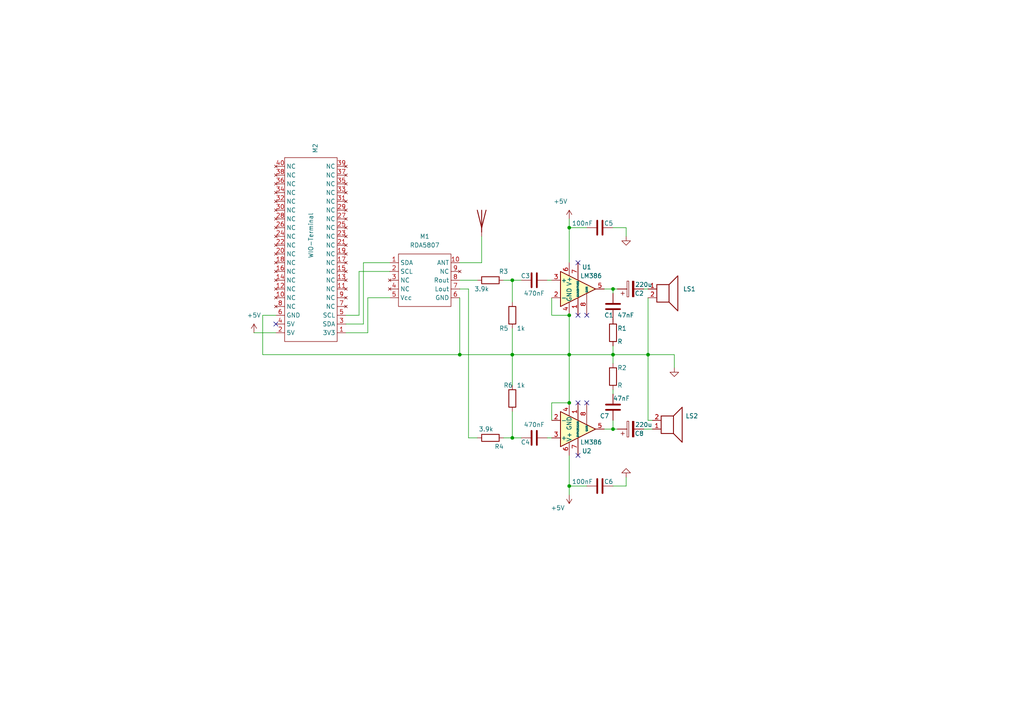
<source format=kicad_sch>
(kicad_sch (version 20211123) (generator eeschema)
  (paper "A4")
  (title_block (title "WIO Terminal FM receiver") (rev "1.0"))
  (lib_symbols
    (symbol "Amplifier_Audio:LM386" (pin_names (offset 0.127))
      (property "Reference" "U" (at 1.27 7.62 0))
      (property "Value" "LM386" (at 1.27 5.08 0))
      (symbol "LM386_0_1"
        (polyline (pts (xy 5.08 0) (xy -5.08 5.08) (xy -5.08 -5.08) (xy 5.08 0)) (stroke (width 0.254)) (fill (type background)))
      )
      (symbol "LM386_1_1"
        (pin input line (at 0 -7.62 90) (length 5.08) (name "GAIN") (number "1"))
        (pin input line (at -7.62 -2.54 0) (length 2.54) (name "-") (number "2"))
        (pin input line (at -7.62 2.54 0) (length 2.54) (name "+") (number "3"))
        (pin power_in line (at -2.54 -7.62 90) (length 3.81) (name "GND") (number "4"))
        (pin output line (at 7.62 0 180) (length 2.54) (name "~") (number "5"))
        (pin power_in line (at -2.54 7.62 270) (length 3.81) (name "V+") (number "6"))
        (pin input line (at 0 7.62 270) (length 5.08) (name "BYPASS") (number "7"))
        (pin input line (at 2.54 -7.62 90) (length 6.35) (name "GAIN") (number "8"))
      )
    )
    (symbol "Device:Antenna" (pin_numbers hide) (pin_names (offset 1.016) hide)
      (property "Reference" "AE" (at -1.905 1.905 0))
      (property "Value" "Antenna" (at -1.905 0 0))
      (symbol "Antenna_0_1"
        (polyline (pts (xy 0 2.54) (xy 0 -3.81)) (stroke (width 0.254)))
        (polyline (pts (xy 1.27 2.54) (xy 0 -2.54) (xy -1.27 2.54)) (stroke (width 0.254)))
      )
      (symbol "Antenna_1_1"
        (pin input line (at 0 -5.08 90) (length 2.54) (name "A") (number "1"))
      )
    )
    (symbol "Device:C" (pin_numbers hide) (pin_names (offset 0.254))
      (property "Reference" "C" (at 0.635 2.54 0))
      (property "Value" "C" (at 0.635 -2.54 0))
      (symbol "C_0_1"
        (polyline (pts (xy -2.032 -0.762) (xy 2.032 -0.762)) (stroke (width 0.508)))
        (polyline (pts (xy -2.032 0.762) (xy 2.032 0.762)) (stroke (width 0.508)))
      )
      (symbol "C_1_1"
        (pin passive line (at 0 3.81 270) (length 2.794) (name "~") (number "1"))
        (pin passive line (at 0 -3.81 90) (length 2.794) (name "~") (number "2"))
      )
    )
    (symbol "Device:C_Polarized" (pin_numbers hide) (pin_names (offset 0.254))
      (property "Reference" "C" (at 0.635 2.54 0))
      (property "Value" "C_Polarized" (at 0.635 -2.54 0))
      (symbol "C_Polarized_0_1"
        (rectangle (start -2.286 0.508) (end 2.286 1.016))
        (polyline (pts (xy -1.778 2.286) (xy -0.762 2.286)))
        (polyline (pts (xy -1.27 2.794) (xy -1.27 1.778)))
        (rectangle (start 2.286 -0.508) (end -2.286 -1.016) (fill (type outline)))
      )
      (symbol "C_Polarized_1_1"
        (pin passive line (at 0 3.81 270) (length 2.794) (name "~") (number "1"))
        (pin passive line (at 0 -3.81 90) (length 2.794) (name "~") (number "2"))
      )
    )
    (symbol "Device:R" (pin_numbers hide) (pin_names (offset 0))
      (property "Reference" "R" (at 2.032 0 90))
      (property "Value" "R" (at 0 0 90))
      (symbol "R_0_1"
        (rectangle (start -1.016 -2.54) (end 1.016 2.54) (stroke (width 0.254)))
      )
      (symbol "R_1_1"
        (pin passive line (at 0 3.81 270) (length 1.27) (name "~") (number "1"))
        (pin passive line (at 0 -3.81 90) (length 1.27) (name "~") (number "2"))
      )
    )
    (symbol "Device:Speaker" (pin_names (offset 0) hide)
      (property "Reference" "LS" (at 1.27 5.715 0))
      (property "Value" "Speaker" (at 1.27 3.81 0))
      (symbol "Speaker_0_0"
        (rectangle (start -2.54 1.27) (end 1.016 -3.81) (stroke (width 0.254)))
        (polyline (pts (xy 1.016 1.27) (xy 3.556 3.81) (xy 3.556 -6.35) (xy 1.016 -3.81)) (stroke (width 0.254)))
      )
      (symbol "Speaker_1_1"
        (pin input line (at -5.08 0 0) (length 2.54) (name "1") (number "1"))
        (pin input line (at -5.08 -2.54 0) (length 2.54) (name "2") (number "2"))
      )
    )
    (symbol "power:+5V" (power) (pin_names (offset 0))
      (property "Value" "+5V" (at 0 3.556 0))
      (symbol "+5V_0_1"
        (polyline (pts (xy -0.762 1.27) (xy 0 2.54)))
        (polyline (pts (xy 0 0) (xy 0 2.54)))
        (polyline (pts (xy 0 2.54) (xy 0.762 1.27)))
      )
      (symbol "+5V_1_1"
        (pin power_in line (at 0 0 90) (length 0) hide (name "+5V") (number "1"))
      )
    )
    (symbol "power:GND" (power) (pin_names (offset 0))
      (property "Value" "GND" (at 0 -3.81 0))
      (symbol "GND_0_1"
        (polyline (pts (xy 0 0) (xy 0 -1.27) (xy 1.27 -1.27) (xy 0 -2.54) (xy -1.27 -1.27) (xy 0 -1.27)))
      )
      (symbol "GND_1_1"
        (pin power_in line (at 0 0 270) (length 0) hide (name "GND") (number "1"))
      )
    )
    (symbol "wioradio:RDA5807"
      (property "Reference" "M" (at 0 10.16 0))
      (property "Value" "RDA5807" (at 0 -10.16 0))
      (symbol "RDA5807_0_1"
        (rectangle (start -7.62 7.62) (end 7.62 -7.62))
      )
      (symbol "RDA5807_1_1"
        (pin open_collector line (at -10.16 5.08 0) (length 2.54) (name "SDA") (number "1"))
        (pin bidirectional line (at 10.16 5.08 180) (length 2.54) (name "ANT") (number "10"))
        (pin open_collector line (at -10.16 2.54 0) (length 2.54) (name "SCL") (number "2"))
        (pin no_connect line (at -10.16 0 0) (length 2.54) (name "NC") (number "3"))
        (pin no_connect line (at -10.16 -2.54 0) (length 2.54) (name "NC") (number "4"))
        (pin power_in line (at -10.16 -5.08 0) (length 2.54) (name "Vcc") (number "5"))
        (pin power_in line (at 10.16 -5.08 180) (length 2.54) (name "GND") (number "6"))
        (pin output line (at 10.16 -2.54 180) (length 2.54) (name "Lout") (number "7"))
        (pin output line (at 10.16 0 180) (length 2.54) (name "Rout") (number "8"))
        (pin no_connect line (at 10.16 2.54 180) (length 2.54) (name "NC") (number "9"))
      )
    )
    (symbol "wioradio:WIO-Terminal"
      (property "Reference" "M" (at -27.94 -2.54 0))
      (property "Value" "WIO-Terminal" (at 0 0 0))
      (symbol "WIO-Terminal_0_1"
        (rectangle (start -25.4 7.62) (end 27.94 -7.62))
      )
      (symbol "WIO-Terminal_1_1"
        (pin power_out line (at -22.86 -10.16 90) (length 2.54) (name "3V3") (number "1"))
        (pin no_connect line (at -12.7 10.16 270) (length 2.54) (name "NC") (number "10"))
        (pin no_connect line (at -10.16 -10.16 90) (length 2.54) (name "NC") (number "11"))
        (pin no_connect line (at -10.16 10.16 270) (length 2.54) (name "NC") (number "12"))
        (pin no_connect line (at -7.62 -10.16 90) (length 2.54) (name "NC") (number "13"))
        (pin no_connect line (at -7.62 10.16 270) (length 2.54) (name "NC") (number "14"))
        (pin no_connect line (at -5.08 -10.16 90) (length 2.54) (name "NC") (number "15"))
        (pin no_connect line (at -5.08 10.16 270) (length 2.54) (name "NC") (number "16"))
        (pin no_connect line (at -2.54 -10.16 90) (length 2.54) (name "NC") (number "17"))
        (pin no_connect line (at -2.54 10.16 270) (length 2.54) (name "NC") (number "18"))
        (pin no_connect line (at 0 -10.16 90) (length 2.54) (name "NC") (number "19"))
        (pin power_out line (at -22.86 10.16 270) (length 2.54) (name "5V") (number "2"))
        (pin no_connect line (at 0 10.16 270) (length 2.54) (name "NC") (number "20"))
        (pin no_connect line (at 2.54 -10.16 90) (length 2.54) (name "NC") (number "21"))
        (pin no_connect line (at 2.54 10.16 270) (length 2.54) (name "NC") (number "22"))
        (pin no_connect line (at 5.08 -10.16 90) (length 2.54) (name "NC") (number "23"))
        (pin no_connect line (at 5.08 10.16 270) (length 2.54) (name "NC") (number "24"))
        (pin no_connect line (at 7.62 -10.16 90) (length 2.54) (name "NC") (number "25"))
        (pin no_connect line (at 7.62 10.16 270) (length 2.54) (name "NC") (number "26"))
        (pin no_connect line (at 10.16 -10.16 90) (length 2.54) (name "NC") (number "27"))
        (pin no_connect line (at 10.16 10.16 270) (length 2.54) (name "NC") (number "28"))
        (pin no_connect line (at 12.7 -10.16 90) (length 2.54) (name "NC") (number "29"))
        (pin bidirectional line (at -20.32 -10.16 90) (length 2.54) (name "SDA") (number "3"))
        (pin no_connect line (at 12.7 10.16 270) (length 2.54) (name "NC") (number "30"))
        (pin no_connect line (at 15.24 -10.16 90) (length 2.54) (name "NC") (number "31"))
        (pin no_connect line (at 15.24 10.16 270) (length 2.54) (name "NC") (number "32"))
        (pin no_connect line (at 17.78 -10.16 90) (length 2.54) (name "NC") (number "33"))
        (pin no_connect line (at 17.78 10.16 270) (length 2.54) (name "NC") (number "34"))
        (pin no_connect line (at 20.32 -10.16 90) (length 2.54) (name "NC") (number "35"))
        (pin no_connect line (at 20.32 10.16 270) (length 2.54) (name "NC") (number "36"))
        (pin no_connect line (at 22.86 -10.16 90) (length 2.54) (name "NC") (number "37"))
        (pin no_connect line (at 22.86 10.16 270) (length 2.54) (name "NC") (number "38"))
        (pin no_connect line (at 25.4 -10.16 90) (length 2.54) (name "NC") (number "39"))
        (pin power_out line (at -20.32 10.16 270) (length 2.54) (name "5V") (number "4"))
        (pin no_connect line (at 25.4 10.16 270) (length 2.54) (name "NC") (number "40"))
        (pin bidirectional line (at -17.78 -10.16 90) (length 2.54) (name "SCL") (number "5"))
        (pin power_out line (at -17.78 10.16 270) (length 2.54) (name "GND") (number "6"))
        (pin no_connect line (at -15.24 -10.16 90) (length 2.54) (name "NC") (number "7"))
        (pin no_connect line (at -15.24 10.16 270) (length 2.54) (name "NC") (number "8"))
        (pin no_connect line (at -12.7 -10.16 90) (length 2.54) (name "NC") (number "9"))
      )
    )
  )
  (junction (at 177.8 124.46))
  (junction (at 165.1 140.97))
  (junction (at 187.96 102.87))
  (junction (at 165.1 66.04))
  (junction (at 177.8 102.87))
  (junction (at 148.59 102.87))
  (junction (at 133.35 102.87))
  (junction (at 165.1 102.87))
  (junction (at 148.59 81.28))
  (junction (at 177.8 83.82))
  (junction (at 165.1 116.84))
  (junction (at 148.59 127))
  (junction (at 165.1 91.44))
  (no_connect (at 167.64 132.08))
  (no_connect (at 167.64 116.84))
  (no_connect (at 170.18 116.84))
  (no_connect (at 167.64 76.2))
  (no_connect (at 167.64 91.44))
  (no_connect (at 170.18 91.44))
  (no_connect (at 80.01 93.98))
  (wire (pts (xy 139.7 68.58) (xy 139.7 76.2)))
  (wire (pts (xy 73.66 96.52) (xy 80.01 96.52)))
  (wire (pts (xy 177.8 100.33) (xy 177.8 102.87)))
  (wire (pts (xy 165.1 132.08) (xy 165.1 140.97)))
  (wire (pts (xy 106.68 86.36) (xy 113.03 86.36)))
  (wire (pts (xy 175.26 124.46) (xy 177.8 124.46)))
  (wire (pts (xy 80.01 91.44) (xy 76.2 91.44)))
  (wire (pts (xy 177.8 140.97) (xy 181.61 140.97)))
  (wire (pts (xy 177.8 124.46) (xy 179.07 124.46)))
  (wire (pts (xy 165.1 102.87) (xy 165.1 116.84)))
  (wire (pts (xy 146.05 127) (xy 148.59 127)))
  (wire (pts (xy 100.33 91.44) (xy 104.14 91.44)))
  (wire (pts (xy 165.1 140.97) (xy 165.1 143.51)))
  (wire (pts (xy 177.8 114.3) (xy 177.8 113.03)))
  (wire (pts (xy 148.59 81.28) (xy 148.59 87.63)))
  (wire (pts (xy 177.8 83.82) (xy 177.8 85.09)))
  (wire (pts (xy 148.59 102.87) (xy 148.59 111.76)))
  (wire (pts (xy 76.2 102.87) (xy 133.35 102.87)))
  (wire (pts (xy 187.96 86.36) (xy 187.96 102.87)))
  (wire (pts (xy 133.35 81.28) (xy 138.43 81.28)))
  (wire (pts (xy 165.1 66.04) (xy 170.18 66.04)))
  (wire (pts (xy 148.59 119.38) (xy 148.59 127)))
  (wire (pts (xy 148.59 95.25) (xy 148.59 102.87)))
  (wire (pts (xy 165.1 140.97) (xy 170.18 140.97)))
  (wire (pts (xy 133.35 86.36) (xy 133.35 102.87)))
  (wire (pts (xy 177.8 121.92) (xy 177.8 124.46)))
  (wire (pts (xy 181.61 66.04) (xy 181.61 68.58)))
  (wire (pts (xy 177.8 102.87) (xy 177.8 105.41)))
  (wire (pts (xy 160.02 86.36) (xy 160.02 91.44)))
  (wire (pts (xy 100.33 93.98) (xy 105.41 93.98)))
  (wire (pts (xy 146.05 81.28) (xy 148.59 81.28)))
  (wire (pts (xy 186.69 124.46) (xy 189.23 124.46)))
  (wire (pts (xy 100.33 96.52) (xy 106.68 96.52)))
  (wire (pts (xy 165.1 91.44) (xy 165.1 102.87)))
  (wire (pts (xy 148.59 102.87) (xy 165.1 102.87)))
  (wire (pts (xy 160.02 91.44) (xy 165.1 91.44)))
  (wire (pts (xy 165.1 66.04) (xy 165.1 76.2)))
  (wire (pts (xy 187.96 121.92) (xy 189.23 121.92)))
  (wire (pts (xy 106.68 96.52) (xy 106.68 86.36)))
  (wire (pts (xy 105.41 76.2) (xy 113.03 76.2)))
  (wire (pts (xy 104.14 91.44) (xy 104.14 78.74)))
  (wire (pts (xy 195.58 102.87) (xy 195.58 106.68)))
  (wire (pts (xy 175.26 83.82) (xy 177.8 83.82)))
  (wire (pts (xy 187.96 102.87) (xy 195.58 102.87)))
  (wire (pts (xy 160.02 116.84) (xy 165.1 116.84)))
  (wire (pts (xy 187.96 102.87) (xy 187.96 121.92)))
  (wire (pts (xy 158.75 127) (xy 160.02 127)))
  (wire (pts (xy 133.35 83.82) (xy 135.89 83.82)))
  (wire (pts (xy 148.59 81.28) (xy 151.13 81.28)))
  (wire (pts (xy 135.89 83.82) (xy 135.89 127)))
  (wire (pts (xy 104.14 78.74) (xy 113.03 78.74)))
  (wire (pts (xy 177.8 83.82) (xy 179.07 83.82)))
  (wire (pts (xy 177.8 102.87) (xy 187.96 102.87)))
  (wire (pts (xy 135.89 127) (xy 138.43 127)))
  (wire (pts (xy 148.59 127) (xy 151.13 127)))
  (wire (pts (xy 177.8 66.04) (xy 181.61 66.04)))
  (wire (pts (xy 105.41 93.98) (xy 105.41 76.2)))
  (wire (pts (xy 133.35 76.2) (xy 139.7 76.2)))
  (wire (pts (xy 181.61 140.97) (xy 181.61 138.43)))
  (wire (pts (xy 186.69 83.82) (xy 187.96 83.82)))
  (wire (pts (xy 160.02 121.92) (xy 160.02 116.84)))
  (wire (pts (xy 76.2 91.44) (xy 76.2 102.87)))
  (wire (pts (xy 133.35 102.87) (xy 148.59 102.87)))
  (wire (pts (xy 165.1 102.87) (xy 177.8 102.87)))
  (wire (pts (xy 165.1 66.04) (xy 165.1 63.5)))
  (wire (pts (xy 158.75 81.28) (xy 160.02 81.28)))
  (symbol (lib_id "Device:Antenna") (at 139.7 63.5 0) (unit 1)
    (property "Reference" "AE1" (effects hide))
    (property "Value" "Antenna" (effects hide))
  )
  (symbol (lib_id "Device:R") (at 177.8 96.52 0) (unit 1)
    (property "Reference" "R1" (at 179.07 95.25 0) (effects (justify left)))
    (property "Value" "R" (at 179.07 99.06 0) (effects (justify left)))
  )
  (symbol (lib_id "Device:R") (at 142.24 81.28 90) (unit 1)
    (property "Reference" "R3" (at 146.05 78.74 90))
    (property "Value" "3.9k" (at 139.7 83.82 90))
  )
  (symbol (lib_id "Device:C") (at 173.99 66.04 90) (unit 1)
    (property "Reference" "C5" (at 176.53 64.77 90))
    (property "Value" "100nF" (at 168.91 64.77 90))
  )
  (symbol (lib_id "Device:C") (at 173.99 140.97 90) (unit 1)
    (property "Reference" "C6" (at 176.53 139.7 90))
    (property "Value" "100nF" (at 168.91 139.7 90))
  )
  (symbol (lib_id "Amplifier_Audio:LM386") (at 167.64 83.82 0) (unit 1)
    (property "Reference" "U1" (at 170.18 77.47 0))
    (property "Value" "LM386" (at 171.45 80.01 0))
    (property "Datasheet" "http://www.ti.com/lit/ds/symlink/lm386.pdf" (effects hide))
  )
  (symbol (lib_id "Device:R") (at 148.59 91.44 0) (unit 1)
    (property "Reference" "R5" (at 144.78 95.25 0) (effects (justify left)))
    (property "Value" "1k" (at 149.86 95.25 0) (effects (justify left)))
  )
  (symbol (lib_id "Device:C_Polarized") (at 182.88 124.46 90) (unit 1)
    (property "Reference" "C8" (at 185.42 125.73 90))
    (property "Value" "220u" (at 186.69 123.19 90))
  )
  (symbol (lib_id "wioradio:RDA5807") (at 123.19 81.28 0) (unit 1)
    (property "Reference" "M1" (at 123.19 68.58 0))
    (property "Value" "RDA5807" (at 123.19 71.12 0))
  )
  (symbol (lib_id "Device:C") (at 154.94 127 90) (unit 1)
    (property "Reference" "C4" (at 152.4 128.27 90))
    (property "Value" "470nF" (at 154.94 123.19 90))
  )
  (symbol (lib_id "Device:C") (at 177.8 88.9 0) (unit 1)
    (property "Reference" "C1" (at 175.26 91.44 0) (effects (justify left)))
    (property "Value" "47nF" (at 179.07 91.44 0) (effects (justify left)))
  )
  (symbol (lib_id "Device:C_Polarized") (at 182.88 83.82 90) (unit 1)
    (property "Reference" "C2" (at 185.42 85.09 90))
    (property "Value" "220u" (at 186.69 82.55 90))
  )
  (symbol (lib_id "Device:R") (at 148.59 115.57 0) (unit 1)
    (property "Reference" "R6" (at 146.05 111.76 0) (effects (justify left)))
    (property "Value" "1k" (at 149.86 111.76 0) (effects (justify left)))
  )
  (symbol (lib_id "Device:Speaker") (at 194.31 124.46 0) (mirror x) (unit 1)
    (property "Reference" "LS2" (at 200.66 120.65 0))
    (property "Value" "Speaker" (effects hide))
  )
  (symbol (lib_id "power:GND") (at 181.61 68.58 0) (unit 1)
    (property "Reference" "#PWR04" (effects hide))
    (property "Value" "GND" (effects hide))
  )
  (symbol (lib_id "power:GND") (at 195.58 106.68 0) (unit 1)
    (property "Reference" "#PWR06" (effects hide))
    (property "Value" "GND" (effects hide))
  )
  (symbol (lib_id "power:+5V") (at 73.66 96.52 0) (unit 1)
    (property "Reference" "#PWR01" (effects hide))
    (property "Value" "+5V" (at 73.66 91.44 0))
  )
  (symbol (lib_id "Device:R") (at 177.8 109.22 0) (unit 1)
    (property "Reference" "R2" (at 179.07 106.68 0) (effects (justify left)))
    (property "Value" "R" (at 179.07 111.76 0) (effects (justify left)))
  )
  (symbol (lib_id "Device:Speaker") (at 193.04 83.82 0) (unit 1)
    (property "Reference" "LS1" (at 198.12 83.8199 0) (effects (justify left)))
    (property "Value" "Speaker" (effects hide))
  )
  (symbol (lib_id "Device:R") (at 142.24 127 90) (unit 1)
    (property "Reference" "R4" (at 144.78 129.54 90))
    (property "Value" "3.9k" (at 140.97 124.46 90))
  )
  (symbol (lib_id "power:+5V") (at 165.1 63.5 0) (unit 1)
    (property "Reference" "#PWR03" (effects hide))
    (property "Value" "+5V" (at 162.56 58.42 0))
  )
  (symbol (lib_id "wioradio:WIO-Terminal") (at 90.17 73.66 90) (unit 1)
    (property "Reference" "M2" (at 91.44 44.45 0) (effects (justify left)))
    (property "Value" "WIO-Terminal" (at 90.17 74.93 0) (effects (justify left)))
  )
  (symbol (lib_id "Device:C") (at 154.94 81.28 90) (unit 1)
    (property "Reference" "C3" (at 152.4 80.01 90))
    (property "Value" "470nF" (at 154.94 85.09 90))
  )
  (symbol (lib_id "Amplifier_Audio:LM386") (at 167.64 124.46 0) (mirror x) (unit 1)
    (property "Reference" "U2" (at 170.18 130.81 0))
    (property "Value" "LM386" (at 171.45 128.27 0))
    (property "Datasheet" "http://www.ti.com/lit/ds/symlink/lm386.pdf" (effects hide))
  )
  (symbol (lib_id "power:GND") (at 181.61 138.43 0) (mirror x) (unit 1)
    (property "Reference" "#PWR05" (effects hide))
    (property "Value" "GND" (effects hide))
  )
  (symbol (lib_id "power:+5V") (at 165.1 143.51 0) (mirror x) (unit 1)
    (property "Reference" "#PWR02" (effects hide))
    (property "Value" "+5V" (at 163.83 147.32 0) (effects (justify right)))
  )
  (symbol (lib_id "Device:C") (at 177.8 118.11 0) (unit 1)
    (property "Reference" "C7" (at 173.99 120.65 0) (effects (justify left)))
    (property "Value" "47nF" (at 177.8 115.57 0) (effects (justify left)))
  )
)
</source>
